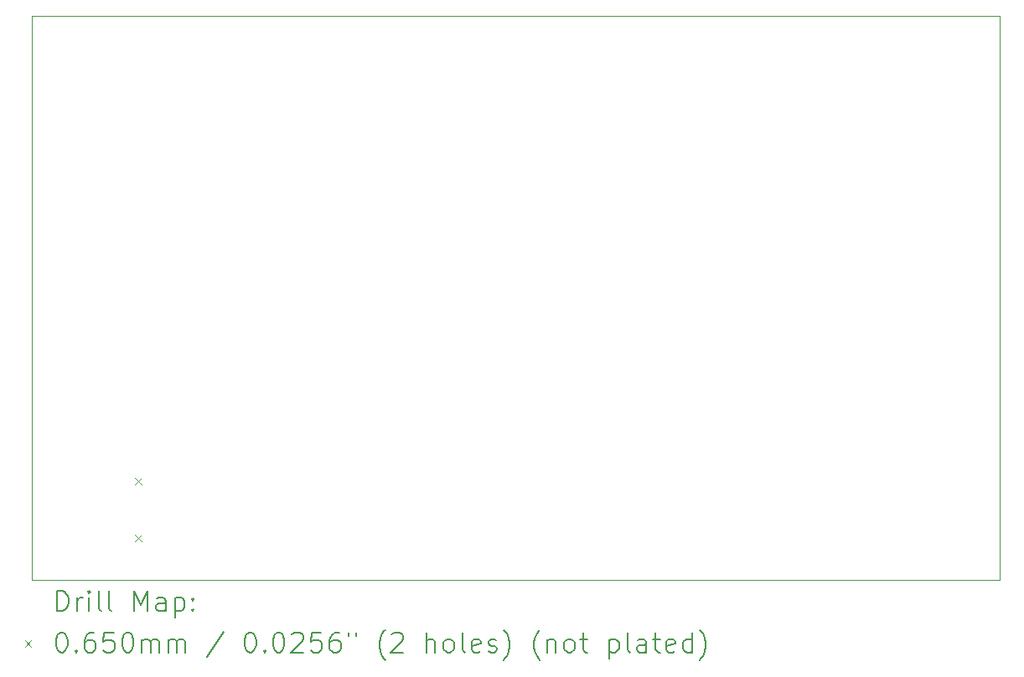
<source format=gbr>
%TF.GenerationSoftware,KiCad,Pcbnew,8.0.5*%
%TF.CreationDate,2024-10-21T21:49:35-05:00*%
%TF.ProjectId,golf_club_draft,676f6c66-5f63-46c7-9562-5f6472616674,rev?*%
%TF.SameCoordinates,Original*%
%TF.FileFunction,Drillmap*%
%TF.FilePolarity,Positive*%
%FSLAX45Y45*%
G04 Gerber Fmt 4.5, Leading zero omitted, Abs format (unit mm)*
G04 Created by KiCad (PCBNEW 8.0.5) date 2024-10-21 21:49:35*
%MOMM*%
%LPD*%
G01*
G04 APERTURE LIST*
%ADD10C,0.050000*%
%ADD11C,0.200000*%
%ADD12C,0.100000*%
G04 APERTURE END LIST*
D10*
X11709400Y-4038600D02*
X21488400Y-4038600D01*
X21488400Y-9740900D01*
X11709400Y-9740900D01*
X11709400Y-4038600D01*
D11*
D12*
X12754200Y-8708000D02*
X12819200Y-8773000D01*
X12819200Y-8708000D02*
X12754200Y-8773000D01*
X12754200Y-9286000D02*
X12819200Y-9351000D01*
X12819200Y-9286000D02*
X12754200Y-9351000D01*
D11*
X11967677Y-10054884D02*
X11967677Y-9854884D01*
X11967677Y-9854884D02*
X12015296Y-9854884D01*
X12015296Y-9854884D02*
X12043867Y-9864408D01*
X12043867Y-9864408D02*
X12062915Y-9883455D01*
X12062915Y-9883455D02*
X12072439Y-9902503D01*
X12072439Y-9902503D02*
X12081962Y-9940598D01*
X12081962Y-9940598D02*
X12081962Y-9969170D01*
X12081962Y-9969170D02*
X12072439Y-10007265D01*
X12072439Y-10007265D02*
X12062915Y-10026312D01*
X12062915Y-10026312D02*
X12043867Y-10045360D01*
X12043867Y-10045360D02*
X12015296Y-10054884D01*
X12015296Y-10054884D02*
X11967677Y-10054884D01*
X12167677Y-10054884D02*
X12167677Y-9921550D01*
X12167677Y-9959646D02*
X12177201Y-9940598D01*
X12177201Y-9940598D02*
X12186724Y-9931074D01*
X12186724Y-9931074D02*
X12205772Y-9921550D01*
X12205772Y-9921550D02*
X12224820Y-9921550D01*
X12291486Y-10054884D02*
X12291486Y-9921550D01*
X12291486Y-9854884D02*
X12281962Y-9864408D01*
X12281962Y-9864408D02*
X12291486Y-9873931D01*
X12291486Y-9873931D02*
X12301010Y-9864408D01*
X12301010Y-9864408D02*
X12291486Y-9854884D01*
X12291486Y-9854884D02*
X12291486Y-9873931D01*
X12415296Y-10054884D02*
X12396248Y-10045360D01*
X12396248Y-10045360D02*
X12386724Y-10026312D01*
X12386724Y-10026312D02*
X12386724Y-9854884D01*
X12520058Y-10054884D02*
X12501010Y-10045360D01*
X12501010Y-10045360D02*
X12491486Y-10026312D01*
X12491486Y-10026312D02*
X12491486Y-9854884D01*
X12748629Y-10054884D02*
X12748629Y-9854884D01*
X12748629Y-9854884D02*
X12815296Y-9997741D01*
X12815296Y-9997741D02*
X12881962Y-9854884D01*
X12881962Y-9854884D02*
X12881962Y-10054884D01*
X13062915Y-10054884D02*
X13062915Y-9950122D01*
X13062915Y-9950122D02*
X13053391Y-9931074D01*
X13053391Y-9931074D02*
X13034343Y-9921550D01*
X13034343Y-9921550D02*
X12996248Y-9921550D01*
X12996248Y-9921550D02*
X12977201Y-9931074D01*
X13062915Y-10045360D02*
X13043867Y-10054884D01*
X13043867Y-10054884D02*
X12996248Y-10054884D01*
X12996248Y-10054884D02*
X12977201Y-10045360D01*
X12977201Y-10045360D02*
X12967677Y-10026312D01*
X12967677Y-10026312D02*
X12967677Y-10007265D01*
X12967677Y-10007265D02*
X12977201Y-9988217D01*
X12977201Y-9988217D02*
X12996248Y-9978693D01*
X12996248Y-9978693D02*
X13043867Y-9978693D01*
X13043867Y-9978693D02*
X13062915Y-9969170D01*
X13158153Y-9921550D02*
X13158153Y-10121550D01*
X13158153Y-9931074D02*
X13177201Y-9921550D01*
X13177201Y-9921550D02*
X13215296Y-9921550D01*
X13215296Y-9921550D02*
X13234343Y-9931074D01*
X13234343Y-9931074D02*
X13243867Y-9940598D01*
X13243867Y-9940598D02*
X13253391Y-9959646D01*
X13253391Y-9959646D02*
X13253391Y-10016789D01*
X13253391Y-10016789D02*
X13243867Y-10035836D01*
X13243867Y-10035836D02*
X13234343Y-10045360D01*
X13234343Y-10045360D02*
X13215296Y-10054884D01*
X13215296Y-10054884D02*
X13177201Y-10054884D01*
X13177201Y-10054884D02*
X13158153Y-10045360D01*
X13339105Y-10035836D02*
X13348629Y-10045360D01*
X13348629Y-10045360D02*
X13339105Y-10054884D01*
X13339105Y-10054884D02*
X13329582Y-10045360D01*
X13329582Y-10045360D02*
X13339105Y-10035836D01*
X13339105Y-10035836D02*
X13339105Y-10054884D01*
X13339105Y-9931074D02*
X13348629Y-9940598D01*
X13348629Y-9940598D02*
X13339105Y-9950122D01*
X13339105Y-9950122D02*
X13329582Y-9940598D01*
X13329582Y-9940598D02*
X13339105Y-9931074D01*
X13339105Y-9931074D02*
X13339105Y-9950122D01*
D12*
X11641900Y-10350900D02*
X11706900Y-10415900D01*
X11706900Y-10350900D02*
X11641900Y-10415900D01*
D11*
X12005772Y-10274884D02*
X12024820Y-10274884D01*
X12024820Y-10274884D02*
X12043867Y-10284408D01*
X12043867Y-10284408D02*
X12053391Y-10293931D01*
X12053391Y-10293931D02*
X12062915Y-10312979D01*
X12062915Y-10312979D02*
X12072439Y-10351074D01*
X12072439Y-10351074D02*
X12072439Y-10398693D01*
X12072439Y-10398693D02*
X12062915Y-10436789D01*
X12062915Y-10436789D02*
X12053391Y-10455836D01*
X12053391Y-10455836D02*
X12043867Y-10465360D01*
X12043867Y-10465360D02*
X12024820Y-10474884D01*
X12024820Y-10474884D02*
X12005772Y-10474884D01*
X12005772Y-10474884D02*
X11986724Y-10465360D01*
X11986724Y-10465360D02*
X11977201Y-10455836D01*
X11977201Y-10455836D02*
X11967677Y-10436789D01*
X11967677Y-10436789D02*
X11958153Y-10398693D01*
X11958153Y-10398693D02*
X11958153Y-10351074D01*
X11958153Y-10351074D02*
X11967677Y-10312979D01*
X11967677Y-10312979D02*
X11977201Y-10293931D01*
X11977201Y-10293931D02*
X11986724Y-10284408D01*
X11986724Y-10284408D02*
X12005772Y-10274884D01*
X12158153Y-10455836D02*
X12167677Y-10465360D01*
X12167677Y-10465360D02*
X12158153Y-10474884D01*
X12158153Y-10474884D02*
X12148629Y-10465360D01*
X12148629Y-10465360D02*
X12158153Y-10455836D01*
X12158153Y-10455836D02*
X12158153Y-10474884D01*
X12339105Y-10274884D02*
X12301010Y-10274884D01*
X12301010Y-10274884D02*
X12281962Y-10284408D01*
X12281962Y-10284408D02*
X12272439Y-10293931D01*
X12272439Y-10293931D02*
X12253391Y-10322503D01*
X12253391Y-10322503D02*
X12243867Y-10360598D01*
X12243867Y-10360598D02*
X12243867Y-10436789D01*
X12243867Y-10436789D02*
X12253391Y-10455836D01*
X12253391Y-10455836D02*
X12262915Y-10465360D01*
X12262915Y-10465360D02*
X12281962Y-10474884D01*
X12281962Y-10474884D02*
X12320058Y-10474884D01*
X12320058Y-10474884D02*
X12339105Y-10465360D01*
X12339105Y-10465360D02*
X12348629Y-10455836D01*
X12348629Y-10455836D02*
X12358153Y-10436789D01*
X12358153Y-10436789D02*
X12358153Y-10389170D01*
X12358153Y-10389170D02*
X12348629Y-10370122D01*
X12348629Y-10370122D02*
X12339105Y-10360598D01*
X12339105Y-10360598D02*
X12320058Y-10351074D01*
X12320058Y-10351074D02*
X12281962Y-10351074D01*
X12281962Y-10351074D02*
X12262915Y-10360598D01*
X12262915Y-10360598D02*
X12253391Y-10370122D01*
X12253391Y-10370122D02*
X12243867Y-10389170D01*
X12539105Y-10274884D02*
X12443867Y-10274884D01*
X12443867Y-10274884D02*
X12434343Y-10370122D01*
X12434343Y-10370122D02*
X12443867Y-10360598D01*
X12443867Y-10360598D02*
X12462915Y-10351074D01*
X12462915Y-10351074D02*
X12510534Y-10351074D01*
X12510534Y-10351074D02*
X12529582Y-10360598D01*
X12529582Y-10360598D02*
X12539105Y-10370122D01*
X12539105Y-10370122D02*
X12548629Y-10389170D01*
X12548629Y-10389170D02*
X12548629Y-10436789D01*
X12548629Y-10436789D02*
X12539105Y-10455836D01*
X12539105Y-10455836D02*
X12529582Y-10465360D01*
X12529582Y-10465360D02*
X12510534Y-10474884D01*
X12510534Y-10474884D02*
X12462915Y-10474884D01*
X12462915Y-10474884D02*
X12443867Y-10465360D01*
X12443867Y-10465360D02*
X12434343Y-10455836D01*
X12672439Y-10274884D02*
X12691486Y-10274884D01*
X12691486Y-10274884D02*
X12710534Y-10284408D01*
X12710534Y-10284408D02*
X12720058Y-10293931D01*
X12720058Y-10293931D02*
X12729582Y-10312979D01*
X12729582Y-10312979D02*
X12739105Y-10351074D01*
X12739105Y-10351074D02*
X12739105Y-10398693D01*
X12739105Y-10398693D02*
X12729582Y-10436789D01*
X12729582Y-10436789D02*
X12720058Y-10455836D01*
X12720058Y-10455836D02*
X12710534Y-10465360D01*
X12710534Y-10465360D02*
X12691486Y-10474884D01*
X12691486Y-10474884D02*
X12672439Y-10474884D01*
X12672439Y-10474884D02*
X12653391Y-10465360D01*
X12653391Y-10465360D02*
X12643867Y-10455836D01*
X12643867Y-10455836D02*
X12634343Y-10436789D01*
X12634343Y-10436789D02*
X12624820Y-10398693D01*
X12624820Y-10398693D02*
X12624820Y-10351074D01*
X12624820Y-10351074D02*
X12634343Y-10312979D01*
X12634343Y-10312979D02*
X12643867Y-10293931D01*
X12643867Y-10293931D02*
X12653391Y-10284408D01*
X12653391Y-10284408D02*
X12672439Y-10274884D01*
X12824820Y-10474884D02*
X12824820Y-10341550D01*
X12824820Y-10360598D02*
X12834343Y-10351074D01*
X12834343Y-10351074D02*
X12853391Y-10341550D01*
X12853391Y-10341550D02*
X12881963Y-10341550D01*
X12881963Y-10341550D02*
X12901010Y-10351074D01*
X12901010Y-10351074D02*
X12910534Y-10370122D01*
X12910534Y-10370122D02*
X12910534Y-10474884D01*
X12910534Y-10370122D02*
X12920058Y-10351074D01*
X12920058Y-10351074D02*
X12939105Y-10341550D01*
X12939105Y-10341550D02*
X12967677Y-10341550D01*
X12967677Y-10341550D02*
X12986724Y-10351074D01*
X12986724Y-10351074D02*
X12996248Y-10370122D01*
X12996248Y-10370122D02*
X12996248Y-10474884D01*
X13091486Y-10474884D02*
X13091486Y-10341550D01*
X13091486Y-10360598D02*
X13101010Y-10351074D01*
X13101010Y-10351074D02*
X13120058Y-10341550D01*
X13120058Y-10341550D02*
X13148629Y-10341550D01*
X13148629Y-10341550D02*
X13167677Y-10351074D01*
X13167677Y-10351074D02*
X13177201Y-10370122D01*
X13177201Y-10370122D02*
X13177201Y-10474884D01*
X13177201Y-10370122D02*
X13186724Y-10351074D01*
X13186724Y-10351074D02*
X13205772Y-10341550D01*
X13205772Y-10341550D02*
X13234343Y-10341550D01*
X13234343Y-10341550D02*
X13253391Y-10351074D01*
X13253391Y-10351074D02*
X13262915Y-10370122D01*
X13262915Y-10370122D02*
X13262915Y-10474884D01*
X13653391Y-10265360D02*
X13481963Y-10522503D01*
X13910534Y-10274884D02*
X13929582Y-10274884D01*
X13929582Y-10274884D02*
X13948629Y-10284408D01*
X13948629Y-10284408D02*
X13958153Y-10293931D01*
X13958153Y-10293931D02*
X13967677Y-10312979D01*
X13967677Y-10312979D02*
X13977201Y-10351074D01*
X13977201Y-10351074D02*
X13977201Y-10398693D01*
X13977201Y-10398693D02*
X13967677Y-10436789D01*
X13967677Y-10436789D02*
X13958153Y-10455836D01*
X13958153Y-10455836D02*
X13948629Y-10465360D01*
X13948629Y-10465360D02*
X13929582Y-10474884D01*
X13929582Y-10474884D02*
X13910534Y-10474884D01*
X13910534Y-10474884D02*
X13891486Y-10465360D01*
X13891486Y-10465360D02*
X13881963Y-10455836D01*
X13881963Y-10455836D02*
X13872439Y-10436789D01*
X13872439Y-10436789D02*
X13862915Y-10398693D01*
X13862915Y-10398693D02*
X13862915Y-10351074D01*
X13862915Y-10351074D02*
X13872439Y-10312979D01*
X13872439Y-10312979D02*
X13881963Y-10293931D01*
X13881963Y-10293931D02*
X13891486Y-10284408D01*
X13891486Y-10284408D02*
X13910534Y-10274884D01*
X14062915Y-10455836D02*
X14072439Y-10465360D01*
X14072439Y-10465360D02*
X14062915Y-10474884D01*
X14062915Y-10474884D02*
X14053391Y-10465360D01*
X14053391Y-10465360D02*
X14062915Y-10455836D01*
X14062915Y-10455836D02*
X14062915Y-10474884D01*
X14196248Y-10274884D02*
X14215296Y-10274884D01*
X14215296Y-10274884D02*
X14234344Y-10284408D01*
X14234344Y-10284408D02*
X14243867Y-10293931D01*
X14243867Y-10293931D02*
X14253391Y-10312979D01*
X14253391Y-10312979D02*
X14262915Y-10351074D01*
X14262915Y-10351074D02*
X14262915Y-10398693D01*
X14262915Y-10398693D02*
X14253391Y-10436789D01*
X14253391Y-10436789D02*
X14243867Y-10455836D01*
X14243867Y-10455836D02*
X14234344Y-10465360D01*
X14234344Y-10465360D02*
X14215296Y-10474884D01*
X14215296Y-10474884D02*
X14196248Y-10474884D01*
X14196248Y-10474884D02*
X14177201Y-10465360D01*
X14177201Y-10465360D02*
X14167677Y-10455836D01*
X14167677Y-10455836D02*
X14158153Y-10436789D01*
X14158153Y-10436789D02*
X14148629Y-10398693D01*
X14148629Y-10398693D02*
X14148629Y-10351074D01*
X14148629Y-10351074D02*
X14158153Y-10312979D01*
X14158153Y-10312979D02*
X14167677Y-10293931D01*
X14167677Y-10293931D02*
X14177201Y-10284408D01*
X14177201Y-10284408D02*
X14196248Y-10274884D01*
X14339106Y-10293931D02*
X14348629Y-10284408D01*
X14348629Y-10284408D02*
X14367677Y-10274884D01*
X14367677Y-10274884D02*
X14415296Y-10274884D01*
X14415296Y-10274884D02*
X14434344Y-10284408D01*
X14434344Y-10284408D02*
X14443867Y-10293931D01*
X14443867Y-10293931D02*
X14453391Y-10312979D01*
X14453391Y-10312979D02*
X14453391Y-10332027D01*
X14453391Y-10332027D02*
X14443867Y-10360598D01*
X14443867Y-10360598D02*
X14329582Y-10474884D01*
X14329582Y-10474884D02*
X14453391Y-10474884D01*
X14634344Y-10274884D02*
X14539106Y-10274884D01*
X14539106Y-10274884D02*
X14529582Y-10370122D01*
X14529582Y-10370122D02*
X14539106Y-10360598D01*
X14539106Y-10360598D02*
X14558153Y-10351074D01*
X14558153Y-10351074D02*
X14605772Y-10351074D01*
X14605772Y-10351074D02*
X14624820Y-10360598D01*
X14624820Y-10360598D02*
X14634344Y-10370122D01*
X14634344Y-10370122D02*
X14643867Y-10389170D01*
X14643867Y-10389170D02*
X14643867Y-10436789D01*
X14643867Y-10436789D02*
X14634344Y-10455836D01*
X14634344Y-10455836D02*
X14624820Y-10465360D01*
X14624820Y-10465360D02*
X14605772Y-10474884D01*
X14605772Y-10474884D02*
X14558153Y-10474884D01*
X14558153Y-10474884D02*
X14539106Y-10465360D01*
X14539106Y-10465360D02*
X14529582Y-10455836D01*
X14815296Y-10274884D02*
X14777201Y-10274884D01*
X14777201Y-10274884D02*
X14758153Y-10284408D01*
X14758153Y-10284408D02*
X14748629Y-10293931D01*
X14748629Y-10293931D02*
X14729582Y-10322503D01*
X14729582Y-10322503D02*
X14720058Y-10360598D01*
X14720058Y-10360598D02*
X14720058Y-10436789D01*
X14720058Y-10436789D02*
X14729582Y-10455836D01*
X14729582Y-10455836D02*
X14739106Y-10465360D01*
X14739106Y-10465360D02*
X14758153Y-10474884D01*
X14758153Y-10474884D02*
X14796248Y-10474884D01*
X14796248Y-10474884D02*
X14815296Y-10465360D01*
X14815296Y-10465360D02*
X14824820Y-10455836D01*
X14824820Y-10455836D02*
X14834344Y-10436789D01*
X14834344Y-10436789D02*
X14834344Y-10389170D01*
X14834344Y-10389170D02*
X14824820Y-10370122D01*
X14824820Y-10370122D02*
X14815296Y-10360598D01*
X14815296Y-10360598D02*
X14796248Y-10351074D01*
X14796248Y-10351074D02*
X14758153Y-10351074D01*
X14758153Y-10351074D02*
X14739106Y-10360598D01*
X14739106Y-10360598D02*
X14729582Y-10370122D01*
X14729582Y-10370122D02*
X14720058Y-10389170D01*
X14910534Y-10274884D02*
X14910534Y-10312979D01*
X14986725Y-10274884D02*
X14986725Y-10312979D01*
X15281963Y-10551074D02*
X15272439Y-10541550D01*
X15272439Y-10541550D02*
X15253391Y-10512979D01*
X15253391Y-10512979D02*
X15243868Y-10493931D01*
X15243868Y-10493931D02*
X15234344Y-10465360D01*
X15234344Y-10465360D02*
X15224820Y-10417741D01*
X15224820Y-10417741D02*
X15224820Y-10379646D01*
X15224820Y-10379646D02*
X15234344Y-10332027D01*
X15234344Y-10332027D02*
X15243868Y-10303455D01*
X15243868Y-10303455D02*
X15253391Y-10284408D01*
X15253391Y-10284408D02*
X15272439Y-10255836D01*
X15272439Y-10255836D02*
X15281963Y-10246312D01*
X15348629Y-10293931D02*
X15358153Y-10284408D01*
X15358153Y-10284408D02*
X15377201Y-10274884D01*
X15377201Y-10274884D02*
X15424820Y-10274884D01*
X15424820Y-10274884D02*
X15443868Y-10284408D01*
X15443868Y-10284408D02*
X15453391Y-10293931D01*
X15453391Y-10293931D02*
X15462915Y-10312979D01*
X15462915Y-10312979D02*
X15462915Y-10332027D01*
X15462915Y-10332027D02*
X15453391Y-10360598D01*
X15453391Y-10360598D02*
X15339106Y-10474884D01*
X15339106Y-10474884D02*
X15462915Y-10474884D01*
X15701010Y-10474884D02*
X15701010Y-10274884D01*
X15786725Y-10474884D02*
X15786725Y-10370122D01*
X15786725Y-10370122D02*
X15777201Y-10351074D01*
X15777201Y-10351074D02*
X15758153Y-10341550D01*
X15758153Y-10341550D02*
X15729582Y-10341550D01*
X15729582Y-10341550D02*
X15710534Y-10351074D01*
X15710534Y-10351074D02*
X15701010Y-10360598D01*
X15910534Y-10474884D02*
X15891487Y-10465360D01*
X15891487Y-10465360D02*
X15881963Y-10455836D01*
X15881963Y-10455836D02*
X15872439Y-10436789D01*
X15872439Y-10436789D02*
X15872439Y-10379646D01*
X15872439Y-10379646D02*
X15881963Y-10360598D01*
X15881963Y-10360598D02*
X15891487Y-10351074D01*
X15891487Y-10351074D02*
X15910534Y-10341550D01*
X15910534Y-10341550D02*
X15939106Y-10341550D01*
X15939106Y-10341550D02*
X15958153Y-10351074D01*
X15958153Y-10351074D02*
X15967677Y-10360598D01*
X15967677Y-10360598D02*
X15977201Y-10379646D01*
X15977201Y-10379646D02*
X15977201Y-10436789D01*
X15977201Y-10436789D02*
X15967677Y-10455836D01*
X15967677Y-10455836D02*
X15958153Y-10465360D01*
X15958153Y-10465360D02*
X15939106Y-10474884D01*
X15939106Y-10474884D02*
X15910534Y-10474884D01*
X16091487Y-10474884D02*
X16072439Y-10465360D01*
X16072439Y-10465360D02*
X16062915Y-10446312D01*
X16062915Y-10446312D02*
X16062915Y-10274884D01*
X16243868Y-10465360D02*
X16224820Y-10474884D01*
X16224820Y-10474884D02*
X16186725Y-10474884D01*
X16186725Y-10474884D02*
X16167677Y-10465360D01*
X16167677Y-10465360D02*
X16158153Y-10446312D01*
X16158153Y-10446312D02*
X16158153Y-10370122D01*
X16158153Y-10370122D02*
X16167677Y-10351074D01*
X16167677Y-10351074D02*
X16186725Y-10341550D01*
X16186725Y-10341550D02*
X16224820Y-10341550D01*
X16224820Y-10341550D02*
X16243868Y-10351074D01*
X16243868Y-10351074D02*
X16253391Y-10370122D01*
X16253391Y-10370122D02*
X16253391Y-10389170D01*
X16253391Y-10389170D02*
X16158153Y-10408217D01*
X16329582Y-10465360D02*
X16348630Y-10474884D01*
X16348630Y-10474884D02*
X16386725Y-10474884D01*
X16386725Y-10474884D02*
X16405772Y-10465360D01*
X16405772Y-10465360D02*
X16415296Y-10446312D01*
X16415296Y-10446312D02*
X16415296Y-10436789D01*
X16415296Y-10436789D02*
X16405772Y-10417741D01*
X16405772Y-10417741D02*
X16386725Y-10408217D01*
X16386725Y-10408217D02*
X16358153Y-10408217D01*
X16358153Y-10408217D02*
X16339106Y-10398693D01*
X16339106Y-10398693D02*
X16329582Y-10379646D01*
X16329582Y-10379646D02*
X16329582Y-10370122D01*
X16329582Y-10370122D02*
X16339106Y-10351074D01*
X16339106Y-10351074D02*
X16358153Y-10341550D01*
X16358153Y-10341550D02*
X16386725Y-10341550D01*
X16386725Y-10341550D02*
X16405772Y-10351074D01*
X16481963Y-10551074D02*
X16491487Y-10541550D01*
X16491487Y-10541550D02*
X16510534Y-10512979D01*
X16510534Y-10512979D02*
X16520058Y-10493931D01*
X16520058Y-10493931D02*
X16529582Y-10465360D01*
X16529582Y-10465360D02*
X16539106Y-10417741D01*
X16539106Y-10417741D02*
X16539106Y-10379646D01*
X16539106Y-10379646D02*
X16529582Y-10332027D01*
X16529582Y-10332027D02*
X16520058Y-10303455D01*
X16520058Y-10303455D02*
X16510534Y-10284408D01*
X16510534Y-10284408D02*
X16491487Y-10255836D01*
X16491487Y-10255836D02*
X16481963Y-10246312D01*
X16843868Y-10551074D02*
X16834344Y-10541550D01*
X16834344Y-10541550D02*
X16815296Y-10512979D01*
X16815296Y-10512979D02*
X16805773Y-10493931D01*
X16805773Y-10493931D02*
X16796249Y-10465360D01*
X16796249Y-10465360D02*
X16786725Y-10417741D01*
X16786725Y-10417741D02*
X16786725Y-10379646D01*
X16786725Y-10379646D02*
X16796249Y-10332027D01*
X16796249Y-10332027D02*
X16805773Y-10303455D01*
X16805773Y-10303455D02*
X16815296Y-10284408D01*
X16815296Y-10284408D02*
X16834344Y-10255836D01*
X16834344Y-10255836D02*
X16843868Y-10246312D01*
X16920058Y-10341550D02*
X16920058Y-10474884D01*
X16920058Y-10360598D02*
X16929582Y-10351074D01*
X16929582Y-10351074D02*
X16948630Y-10341550D01*
X16948630Y-10341550D02*
X16977201Y-10341550D01*
X16977201Y-10341550D02*
X16996249Y-10351074D01*
X16996249Y-10351074D02*
X17005773Y-10370122D01*
X17005773Y-10370122D02*
X17005773Y-10474884D01*
X17129582Y-10474884D02*
X17110534Y-10465360D01*
X17110534Y-10465360D02*
X17101011Y-10455836D01*
X17101011Y-10455836D02*
X17091487Y-10436789D01*
X17091487Y-10436789D02*
X17091487Y-10379646D01*
X17091487Y-10379646D02*
X17101011Y-10360598D01*
X17101011Y-10360598D02*
X17110534Y-10351074D01*
X17110534Y-10351074D02*
X17129582Y-10341550D01*
X17129582Y-10341550D02*
X17158154Y-10341550D01*
X17158154Y-10341550D02*
X17177201Y-10351074D01*
X17177201Y-10351074D02*
X17186725Y-10360598D01*
X17186725Y-10360598D02*
X17196249Y-10379646D01*
X17196249Y-10379646D02*
X17196249Y-10436789D01*
X17196249Y-10436789D02*
X17186725Y-10455836D01*
X17186725Y-10455836D02*
X17177201Y-10465360D01*
X17177201Y-10465360D02*
X17158154Y-10474884D01*
X17158154Y-10474884D02*
X17129582Y-10474884D01*
X17253392Y-10341550D02*
X17329582Y-10341550D01*
X17281963Y-10274884D02*
X17281963Y-10446312D01*
X17281963Y-10446312D02*
X17291487Y-10465360D01*
X17291487Y-10465360D02*
X17310534Y-10474884D01*
X17310534Y-10474884D02*
X17329582Y-10474884D01*
X17548630Y-10341550D02*
X17548630Y-10541550D01*
X17548630Y-10351074D02*
X17567677Y-10341550D01*
X17567677Y-10341550D02*
X17605773Y-10341550D01*
X17605773Y-10341550D02*
X17624820Y-10351074D01*
X17624820Y-10351074D02*
X17634344Y-10360598D01*
X17634344Y-10360598D02*
X17643868Y-10379646D01*
X17643868Y-10379646D02*
X17643868Y-10436789D01*
X17643868Y-10436789D02*
X17634344Y-10455836D01*
X17634344Y-10455836D02*
X17624820Y-10465360D01*
X17624820Y-10465360D02*
X17605773Y-10474884D01*
X17605773Y-10474884D02*
X17567677Y-10474884D01*
X17567677Y-10474884D02*
X17548630Y-10465360D01*
X17758154Y-10474884D02*
X17739106Y-10465360D01*
X17739106Y-10465360D02*
X17729582Y-10446312D01*
X17729582Y-10446312D02*
X17729582Y-10274884D01*
X17920058Y-10474884D02*
X17920058Y-10370122D01*
X17920058Y-10370122D02*
X17910535Y-10351074D01*
X17910535Y-10351074D02*
X17891487Y-10341550D01*
X17891487Y-10341550D02*
X17853392Y-10341550D01*
X17853392Y-10341550D02*
X17834344Y-10351074D01*
X17920058Y-10465360D02*
X17901011Y-10474884D01*
X17901011Y-10474884D02*
X17853392Y-10474884D01*
X17853392Y-10474884D02*
X17834344Y-10465360D01*
X17834344Y-10465360D02*
X17824820Y-10446312D01*
X17824820Y-10446312D02*
X17824820Y-10427265D01*
X17824820Y-10427265D02*
X17834344Y-10408217D01*
X17834344Y-10408217D02*
X17853392Y-10398693D01*
X17853392Y-10398693D02*
X17901011Y-10398693D01*
X17901011Y-10398693D02*
X17920058Y-10389170D01*
X17986725Y-10341550D02*
X18062915Y-10341550D01*
X18015296Y-10274884D02*
X18015296Y-10446312D01*
X18015296Y-10446312D02*
X18024820Y-10465360D01*
X18024820Y-10465360D02*
X18043868Y-10474884D01*
X18043868Y-10474884D02*
X18062915Y-10474884D01*
X18205773Y-10465360D02*
X18186725Y-10474884D01*
X18186725Y-10474884D02*
X18148630Y-10474884D01*
X18148630Y-10474884D02*
X18129582Y-10465360D01*
X18129582Y-10465360D02*
X18120058Y-10446312D01*
X18120058Y-10446312D02*
X18120058Y-10370122D01*
X18120058Y-10370122D02*
X18129582Y-10351074D01*
X18129582Y-10351074D02*
X18148630Y-10341550D01*
X18148630Y-10341550D02*
X18186725Y-10341550D01*
X18186725Y-10341550D02*
X18205773Y-10351074D01*
X18205773Y-10351074D02*
X18215296Y-10370122D01*
X18215296Y-10370122D02*
X18215296Y-10389170D01*
X18215296Y-10389170D02*
X18120058Y-10408217D01*
X18386725Y-10474884D02*
X18386725Y-10274884D01*
X18386725Y-10465360D02*
X18367677Y-10474884D01*
X18367677Y-10474884D02*
X18329582Y-10474884D01*
X18329582Y-10474884D02*
X18310535Y-10465360D01*
X18310535Y-10465360D02*
X18301011Y-10455836D01*
X18301011Y-10455836D02*
X18291487Y-10436789D01*
X18291487Y-10436789D02*
X18291487Y-10379646D01*
X18291487Y-10379646D02*
X18301011Y-10360598D01*
X18301011Y-10360598D02*
X18310535Y-10351074D01*
X18310535Y-10351074D02*
X18329582Y-10341550D01*
X18329582Y-10341550D02*
X18367677Y-10341550D01*
X18367677Y-10341550D02*
X18386725Y-10351074D01*
X18462916Y-10551074D02*
X18472439Y-10541550D01*
X18472439Y-10541550D02*
X18491487Y-10512979D01*
X18491487Y-10512979D02*
X18501011Y-10493931D01*
X18501011Y-10493931D02*
X18510535Y-10465360D01*
X18510535Y-10465360D02*
X18520058Y-10417741D01*
X18520058Y-10417741D02*
X18520058Y-10379646D01*
X18520058Y-10379646D02*
X18510535Y-10332027D01*
X18510535Y-10332027D02*
X18501011Y-10303455D01*
X18501011Y-10303455D02*
X18491487Y-10284408D01*
X18491487Y-10284408D02*
X18472439Y-10255836D01*
X18472439Y-10255836D02*
X18462916Y-10246312D01*
M02*

</source>
